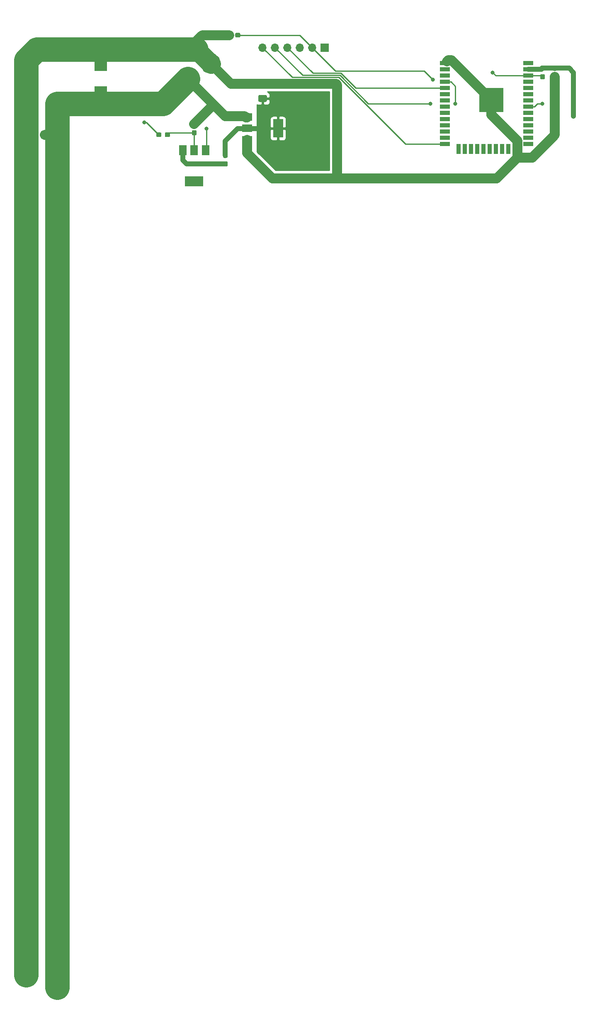
<source format=gbr>
G04 #@! TF.GenerationSoftware,KiCad,Pcbnew,5.1.6-1*
G04 #@! TF.CreationDate,2020-06-10T06:00:46+02:00*
G04 #@! TF.ProjectId,pentasquare,70656e74-6173-4717-9561-72652e6b6963,rev?*
G04 #@! TF.SameCoordinates,Original*
G04 #@! TF.FileFunction,Copper,L2,Bot*
G04 #@! TF.FilePolarity,Positive*
%FSLAX46Y46*%
G04 Gerber Fmt 4.6, Leading zero omitted, Abs format (unit mm)*
G04 Created by KiCad (PCBNEW 5.1.6-1) date 2020-06-10 06:00:46*
%MOMM*%
%LPD*%
G01*
G04 APERTURE LIST*
G04 #@! TA.AperFunction,SMDPad,CuDef*
%ADD10R,2.000000X1.500000*%
G04 #@! TD*
G04 #@! TA.AperFunction,SMDPad,CuDef*
%ADD11R,2.000000X3.800000*%
G04 #@! TD*
G04 #@! TA.AperFunction,SMDPad,CuDef*
%ADD12R,3.800000X2.000000*%
G04 #@! TD*
G04 #@! TA.AperFunction,SMDPad,CuDef*
%ADD13R,1.500000X2.000000*%
G04 #@! TD*
G04 #@! TA.AperFunction,ComponentPad*
%ADD14R,3.500000X3.500000*%
G04 #@! TD*
G04 #@! TA.AperFunction,SMDPad,CuDef*
%ADD15R,2.500000X3.500000*%
G04 #@! TD*
G04 #@! TA.AperFunction,ComponentPad*
%ADD16R,1.600000X1.600000*%
G04 #@! TD*
G04 #@! TA.AperFunction,ComponentPad*
%ADD17C,1.600000*%
G04 #@! TD*
G04 #@! TA.AperFunction,ComponentPad*
%ADD18R,1.700000X1.700000*%
G04 #@! TD*
G04 #@! TA.AperFunction,ComponentPad*
%ADD19O,1.700000X1.700000*%
G04 #@! TD*
G04 #@! TA.AperFunction,SMDPad,CuDef*
%ADD20R,5.000000X5.000000*%
G04 #@! TD*
G04 #@! TA.AperFunction,SMDPad,CuDef*
%ADD21R,2.000000X0.900000*%
G04 #@! TD*
G04 #@! TA.AperFunction,SMDPad,CuDef*
%ADD22R,0.900000X2.000000*%
G04 #@! TD*
G04 #@! TA.AperFunction,ViaPad*
%ADD23C,2.000000*%
G04 #@! TD*
G04 #@! TA.AperFunction,ViaPad*
%ADD24C,1.000000*%
G04 #@! TD*
G04 #@! TA.AperFunction,ViaPad*
%ADD25C,0.800000*%
G04 #@! TD*
G04 #@! TA.AperFunction,Conductor*
%ADD26C,5.000000*%
G04 #@! TD*
G04 #@! TA.AperFunction,Conductor*
%ADD27C,4.000000*%
G04 #@! TD*
G04 #@! TA.AperFunction,Conductor*
%ADD28C,2.000000*%
G04 #@! TD*
G04 #@! TA.AperFunction,Conductor*
%ADD29C,0.250000*%
G04 #@! TD*
G04 #@! TA.AperFunction,Conductor*
%ADD30C,1.000000*%
G04 #@! TD*
G04 #@! TA.AperFunction,Conductor*
%ADD31C,0.254000*%
G04 #@! TD*
G04 APERTURE END LIST*
D10*
X65430000Y-37830000D03*
X65430000Y-33230000D03*
X65430000Y-35530000D03*
D11*
X71730000Y-35530000D03*
G04 #@! TA.AperFunction,SMDPad,CuDef*
G36*
G01*
X60722500Y-42260000D02*
X61197500Y-42260000D01*
G75*
G02*
X61435000Y-42497500I0J-237500D01*
G01*
X61435000Y-43072500D01*
G75*
G02*
X61197500Y-43310000I-237500J0D01*
G01*
X60722500Y-43310000D01*
G75*
G02*
X60485000Y-43072500I0J237500D01*
G01*
X60485000Y-42497500D01*
G75*
G02*
X60722500Y-42260000I237500J0D01*
G01*
G37*
G04 #@! TD.AperFunction*
G04 #@! TA.AperFunction,SMDPad,CuDef*
G36*
G01*
X60722500Y-40510000D02*
X61197500Y-40510000D01*
G75*
G02*
X61435000Y-40747500I0J-237500D01*
G01*
X61435000Y-41322500D01*
G75*
G02*
X61197500Y-41560000I-237500J0D01*
G01*
X60722500Y-41560000D01*
G75*
G02*
X60485000Y-41322500I0J237500D01*
G01*
X60485000Y-40747500D01*
G75*
G02*
X60722500Y-40510000I237500J0D01*
G01*
G37*
G04 #@! TD.AperFunction*
G04 #@! TA.AperFunction,SMDPad,CuDef*
G36*
G01*
X54372500Y-34160000D02*
X54847500Y-34160000D01*
G75*
G02*
X55085000Y-34397500I0J-237500D01*
G01*
X55085000Y-34972500D01*
G75*
G02*
X54847500Y-35210000I-237500J0D01*
G01*
X54372500Y-35210000D01*
G75*
G02*
X54135000Y-34972500I0J237500D01*
G01*
X54135000Y-34397500D01*
G75*
G02*
X54372500Y-34160000I237500J0D01*
G01*
G37*
G04 #@! TD.AperFunction*
G04 #@! TA.AperFunction,SMDPad,CuDef*
G36*
G01*
X54372500Y-35910000D02*
X54847500Y-35910000D01*
G75*
G02*
X55085000Y-36147500I0J-237500D01*
G01*
X55085000Y-36722500D01*
G75*
G02*
X54847500Y-36960000I-237500J0D01*
G01*
X54372500Y-36960000D01*
G75*
G02*
X54135000Y-36722500I0J237500D01*
G01*
X54135000Y-36147500D01*
G75*
G02*
X54372500Y-35910000I237500J0D01*
G01*
G37*
G04 #@! TD.AperFunction*
D12*
X54610000Y-46330000D03*
D13*
X54610000Y-40030000D03*
X56910000Y-40030000D03*
X52310000Y-40030000D03*
G04 #@! TA.AperFunction,SMDPad,CuDef*
G36*
G01*
X49660000Y-36592500D02*
X49660000Y-37067500D01*
G75*
G02*
X49422500Y-37305000I-237500J0D01*
G01*
X48847500Y-37305000D01*
G75*
G02*
X48610000Y-37067500I0J237500D01*
G01*
X48610000Y-36592500D01*
G75*
G02*
X48847500Y-36355000I237500J0D01*
G01*
X49422500Y-36355000D01*
G75*
G02*
X49660000Y-36592500I0J-237500D01*
G01*
G37*
G04 #@! TD.AperFunction*
G04 #@! TA.AperFunction,SMDPad,CuDef*
G36*
G01*
X47910000Y-36592500D02*
X47910000Y-37067500D01*
G75*
G02*
X47672500Y-37305000I-237500J0D01*
G01*
X47097500Y-37305000D01*
G75*
G02*
X46860000Y-37067500I0J237500D01*
G01*
X46860000Y-36592500D01*
G75*
G02*
X47097500Y-36355000I237500J0D01*
G01*
X47672500Y-36355000D01*
G75*
G02*
X47910000Y-36592500I0J-237500D01*
G01*
G37*
G04 #@! TD.AperFunction*
D14*
X53340000Y-25400000D03*
G04 #@! TA.AperFunction,ComponentPad*
G36*
G01*
X52340000Y-17900000D02*
X54340000Y-17900000D01*
G75*
G02*
X55090000Y-18650000I0J-750000D01*
G01*
X55090000Y-20150000D01*
G75*
G02*
X54340000Y-20900000I-750000J0D01*
G01*
X52340000Y-20900000D01*
G75*
G02*
X51590000Y-20150000I0J750000D01*
G01*
X51590000Y-18650000D01*
G75*
G02*
X52340000Y-17900000I750000J0D01*
G01*
G37*
G04 #@! TD.AperFunction*
G04 #@! TA.AperFunction,ComponentPad*
G36*
G01*
X57165000Y-20650000D02*
X58915000Y-20650000D01*
G75*
G02*
X59790000Y-21525000I0J-875000D01*
G01*
X59790000Y-23275000D01*
G75*
G02*
X58915000Y-24150000I-875000J0D01*
G01*
X57165000Y-24150000D01*
G75*
G02*
X56290000Y-23275000I0J875000D01*
G01*
X56290000Y-21525000D01*
G75*
G02*
X57165000Y-20650000I875000J0D01*
G01*
G37*
G04 #@! TD.AperFunction*
D15*
X35560000Y-28650000D03*
X35560000Y-22150000D03*
G04 #@! TA.AperFunction,SMDPad,CuDef*
G36*
G01*
X128507500Y-23780000D02*
X128032500Y-23780000D01*
G75*
G02*
X127795000Y-23542500I0J237500D01*
G01*
X127795000Y-22967500D01*
G75*
G02*
X128032500Y-22730000I237500J0D01*
G01*
X128507500Y-22730000D01*
G75*
G02*
X128745000Y-22967500I0J-237500D01*
G01*
X128745000Y-23542500D01*
G75*
G02*
X128507500Y-23780000I-237500J0D01*
G01*
G37*
G04 #@! TD.AperFunction*
G04 #@! TA.AperFunction,SMDPad,CuDef*
G36*
G01*
X128507500Y-25530000D02*
X128032500Y-25530000D01*
G75*
G02*
X127795000Y-25292500I0J237500D01*
G01*
X127795000Y-24717500D01*
G75*
G02*
X128032500Y-24480000I237500J0D01*
G01*
X128507500Y-24480000D01*
G75*
G02*
X128745000Y-24717500I0J-237500D01*
G01*
X128745000Y-25292500D01*
G75*
G02*
X128507500Y-25530000I-237500J0D01*
G01*
G37*
G04 #@! TD.AperFunction*
G04 #@! TA.AperFunction,SMDPad,CuDef*
G36*
G01*
X64025000Y-16272500D02*
X64025000Y-16747500D01*
G75*
G02*
X63787500Y-16985000I-237500J0D01*
G01*
X63212500Y-16985000D01*
G75*
G02*
X62975000Y-16747500I0J237500D01*
G01*
X62975000Y-16272500D01*
G75*
G02*
X63212500Y-16035000I237500J0D01*
G01*
X63787500Y-16035000D01*
G75*
G02*
X64025000Y-16272500I0J-237500D01*
G01*
G37*
G04 #@! TD.AperFunction*
G04 #@! TA.AperFunction,SMDPad,CuDef*
G36*
G01*
X62275000Y-16272500D02*
X62275000Y-16747500D01*
G75*
G02*
X62037500Y-16985000I-237500J0D01*
G01*
X61462500Y-16985000D01*
G75*
G02*
X61225000Y-16747500I0J237500D01*
G01*
X61225000Y-16272500D01*
G75*
G02*
X61462500Y-16035000I237500J0D01*
G01*
X62037500Y-16035000D01*
G75*
G02*
X62275000Y-16272500I0J-237500D01*
G01*
G37*
G04 #@! TD.AperFunction*
G04 #@! TA.AperFunction,SMDPad,CuDef*
G36*
G01*
X67955000Y-25740000D02*
X69205000Y-25740000D01*
G75*
G02*
X69455000Y-25990000I0J-250000D01*
G01*
X69455000Y-26915000D01*
G75*
G02*
X69205000Y-27165000I-250000J0D01*
G01*
X67955000Y-27165000D01*
G75*
G02*
X67705000Y-26915000I0J250000D01*
G01*
X67705000Y-25990000D01*
G75*
G02*
X67955000Y-25740000I250000J0D01*
G01*
G37*
G04 #@! TD.AperFunction*
G04 #@! TA.AperFunction,SMDPad,CuDef*
G36*
G01*
X67955000Y-28715000D02*
X69205000Y-28715000D01*
G75*
G02*
X69455000Y-28965000I0J-250000D01*
G01*
X69455000Y-29890000D01*
G75*
G02*
X69205000Y-30140000I-250000J0D01*
G01*
X67955000Y-30140000D01*
G75*
G02*
X67705000Y-29890000I0J250000D01*
G01*
X67705000Y-28965000D01*
G75*
G02*
X67955000Y-28715000I250000J0D01*
G01*
G37*
G04 #@! TD.AperFunction*
D16*
X24130000Y-36830000D03*
D17*
X21630000Y-36830000D03*
D18*
X81280000Y-19050000D03*
D19*
X78740000Y-19050000D03*
X76200000Y-19050000D03*
X73660000Y-19050000D03*
X71120000Y-19050000D03*
X68580000Y-19050000D03*
D20*
X115300000Y-29725000D03*
D21*
X122800000Y-22225000D03*
X122800000Y-23495000D03*
X122800000Y-24765000D03*
X122800000Y-26035000D03*
X122800000Y-27305000D03*
X122800000Y-28575000D03*
X122800000Y-29845000D03*
X122800000Y-31115000D03*
X122800000Y-32385000D03*
X122800000Y-33655000D03*
X122800000Y-34925000D03*
X122800000Y-36195000D03*
X122800000Y-37465000D03*
X122800000Y-38735000D03*
D22*
X120015000Y-39735000D03*
X118745000Y-39735000D03*
X117475000Y-39735000D03*
X116205000Y-39735000D03*
X114935000Y-39735000D03*
X113665000Y-39735000D03*
X112395000Y-39735000D03*
X111125000Y-39735000D03*
X109855000Y-39735000D03*
X108585000Y-39735000D03*
D21*
X105800000Y-38735000D03*
X105800000Y-37465000D03*
X105800000Y-36195000D03*
X105800000Y-34925000D03*
X105800000Y-33655000D03*
X105800000Y-32385000D03*
X105800000Y-31115000D03*
X105800000Y-29845000D03*
X105800000Y-28575000D03*
X105800000Y-27305000D03*
X105800000Y-26035000D03*
X105800000Y-24765000D03*
X105800000Y-23495000D03*
X105800000Y-22225000D03*
G04 #@! TA.AperFunction,SMDPad,CuDef*
G36*
G01*
X125492500Y-22730000D02*
X125967500Y-22730000D01*
G75*
G02*
X126205000Y-22967500I0J-237500D01*
G01*
X126205000Y-23542500D01*
G75*
G02*
X125967500Y-23780000I-237500J0D01*
G01*
X125492500Y-23780000D01*
G75*
G02*
X125255000Y-23542500I0J237500D01*
G01*
X125255000Y-22967500D01*
G75*
G02*
X125492500Y-22730000I237500J0D01*
G01*
G37*
G04 #@! TD.AperFunction*
G04 #@! TA.AperFunction,SMDPad,CuDef*
G36*
G01*
X125492500Y-24480000D02*
X125967500Y-24480000D01*
G75*
G02*
X126205000Y-24717500I0J-237500D01*
G01*
X126205000Y-25292500D01*
G75*
G02*
X125967500Y-25530000I-237500J0D01*
G01*
X125492500Y-25530000D01*
G75*
G02*
X125255000Y-25292500I0J237500D01*
G01*
X125255000Y-24717500D01*
G75*
G02*
X125492500Y-24480000I237500J0D01*
G01*
G37*
G04 #@! TD.AperFunction*
D23*
X20320000Y-21590000D03*
X20320000Y-49530000D03*
X20320000Y-69850000D03*
X20320000Y-88900000D03*
X20320000Y-109220000D03*
X20320000Y-129540000D03*
X20320000Y-148590000D03*
X20320000Y-189230000D03*
X20320000Y-208280000D03*
X20320000Y-168910000D03*
X26670000Y-30480000D03*
X26670000Y-210820000D03*
X26670000Y-50800000D03*
X26670000Y-71120000D03*
X26670000Y-91440000D03*
X26670000Y-110490000D03*
X26670000Y-130810000D03*
X26670000Y-151130000D03*
X26670000Y-171450000D03*
X26670000Y-190500000D03*
D24*
X60960000Y-38100000D03*
X132080000Y-33020000D03*
D25*
X103344012Y-25588980D03*
X115570000Y-24130000D03*
X44450000Y-34290000D03*
X102870000Y-30480000D03*
X107950000Y-30480000D03*
X125730000Y-30480000D03*
X57150000Y-35560000D03*
D26*
X20320000Y-21590000D02*
X20320000Y-49530000D01*
X20320000Y-49530000D02*
X20320000Y-69850000D01*
X20320000Y-69850000D02*
X20320000Y-88900000D01*
X20320000Y-88900000D02*
X20320000Y-109220000D01*
X20320000Y-109220000D02*
X20320000Y-129540000D01*
X20320000Y-129540000D02*
X20320000Y-148590000D01*
X20320000Y-148590000D02*
X20320000Y-168910000D01*
X20320000Y-168910000D02*
X20320000Y-189230000D01*
X20320000Y-189230000D02*
X20320000Y-208280000D01*
X20320000Y-21590000D02*
X22510000Y-19400000D01*
D27*
X55040000Y-19400000D02*
X58040000Y-22400000D01*
D26*
X53340000Y-19400000D02*
X55040000Y-19400000D01*
D28*
X62092500Y-26452500D02*
X58040000Y-22400000D01*
X68580000Y-26452500D02*
X62092500Y-26452500D01*
X65430000Y-40610000D02*
X65460000Y-40640000D01*
X65430000Y-37860000D02*
X65430000Y-40610000D01*
X83602500Y-26452500D02*
X68580000Y-26452500D01*
X83820000Y-26670000D02*
X83602500Y-26452500D01*
X83820000Y-45720000D02*
X83820000Y-26670000D01*
X65430000Y-40610000D02*
X70540000Y-45720000D01*
X70540000Y-45720000D02*
X83820000Y-45720000D01*
X116370002Y-45720000D02*
X83820000Y-45720000D01*
X120599999Y-41490003D02*
X116370002Y-45720000D01*
X115300000Y-29725000D02*
X107165000Y-21590000D01*
X106435000Y-21590000D02*
X106180001Y-21844999D01*
X107165000Y-21590000D02*
X106435000Y-21590000D01*
X56230000Y-16510000D02*
X53340000Y-19400000D01*
X61750000Y-16510000D02*
X56230000Y-16510000D01*
X120599999Y-38049999D02*
X120599999Y-41490003D01*
X115300000Y-29725000D02*
X115300000Y-32750000D01*
X115300000Y-32750000D02*
X120599999Y-38049999D01*
X35560000Y-22150000D02*
X35560000Y-19400000D01*
D26*
X22510000Y-19400000D02*
X35560000Y-19400000D01*
X35560000Y-19400000D02*
X53340000Y-19400000D01*
D28*
X123654999Y-41490003D02*
X120599999Y-41490003D01*
X123654999Y-41490003D02*
X128270000Y-36875002D01*
X128270000Y-36875002D02*
X128270000Y-25005000D01*
D26*
X26670000Y-71120000D02*
X26670000Y-50800000D01*
X26670000Y-91440000D02*
X26670000Y-71120000D01*
X26670000Y-110490000D02*
X26670000Y-91440000D01*
X26670000Y-130810000D02*
X26670000Y-110490000D01*
X26670000Y-151130000D02*
X26670000Y-130810000D01*
X26670000Y-171450000D02*
X26670000Y-151130000D01*
X26670000Y-210820000D02*
X26670000Y-190500000D01*
X26670000Y-190500000D02*
X26670000Y-171450000D01*
X48260000Y-30480000D02*
X53340000Y-25400000D01*
X26670000Y-30480000D02*
X48260000Y-30480000D01*
D28*
X24130000Y-36830000D02*
X26670000Y-36830000D01*
D26*
X26670000Y-50800000D02*
X26670000Y-36830000D01*
X26670000Y-36830000D02*
X26670000Y-30480000D01*
D28*
X60960000Y-33020000D02*
X58420000Y-30480000D01*
X58420000Y-30480000D02*
X53340000Y-25400000D01*
X64940000Y-33020000D02*
X60960000Y-33020000D01*
X65430000Y-33260000D02*
X65180000Y-33260000D01*
X65180000Y-33260000D02*
X64940000Y-33020000D01*
X58420000Y-30875000D02*
X54610000Y-34685000D01*
X58420000Y-30480000D02*
X58420000Y-30875000D01*
D29*
X65680000Y-35560000D02*
X65430000Y-35560000D01*
X65430000Y-35560000D02*
X65180000Y-35560000D01*
D30*
X128270000Y-23255000D02*
X125730000Y-23255000D01*
X125490000Y-23495000D02*
X122800000Y-23495000D01*
X125730000Y-23255000D02*
X125490000Y-23495000D01*
X65430000Y-35560000D02*
X68580000Y-35560000D01*
X65430000Y-35560000D02*
X63500000Y-35560000D01*
X63500000Y-35560000D02*
X60960000Y-38100000D01*
X131205000Y-23255000D02*
X128845000Y-23255000D01*
X132080000Y-24130000D02*
X131205000Y-23255000D01*
X128845000Y-23255000D02*
X128270000Y-23255000D01*
X132080000Y-33020000D02*
X132080000Y-24130000D01*
X60960000Y-38100000D02*
X60960000Y-41035000D01*
D29*
X116205000Y-24765000D02*
X122800000Y-24765000D01*
X115570000Y-24130000D02*
X116205000Y-24765000D01*
X78740000Y-19050000D02*
X83467456Y-23777456D01*
X83467456Y-23777456D02*
X101532488Y-23777456D01*
X102944013Y-25188981D02*
X103344012Y-25588980D01*
X101532488Y-23777456D02*
X102944013Y-25188981D01*
X76200000Y-16510000D02*
X78740000Y-19050000D01*
X63500000Y-16510000D02*
X76200000Y-16510000D01*
X125490000Y-24765000D02*
X125730000Y-25005000D01*
X122800000Y-24765000D02*
X125490000Y-24765000D01*
X47385000Y-36830000D02*
X44845000Y-34290000D01*
X44845000Y-34290000D02*
X44450000Y-34290000D01*
X104550000Y-38735000D02*
X105800000Y-38735000D01*
X84151337Y-25127489D02*
X97758848Y-38735000D01*
X74657489Y-25127489D02*
X84151337Y-25127489D01*
X97758848Y-38735000D02*
X104550000Y-38735000D01*
X68580000Y-19050000D02*
X74657489Y-25127489D01*
X73660000Y-19050000D02*
X78837467Y-24227467D01*
X78837467Y-24227467D02*
X84524137Y-24227467D01*
X84524137Y-24227467D02*
X87601670Y-27305000D01*
X104550000Y-27305000D02*
X105800000Y-27305000D01*
X87601670Y-27305000D02*
X104550000Y-27305000D01*
X107950000Y-26935000D02*
X107050000Y-26035000D01*
X107050000Y-26035000D02*
X105800000Y-26035000D01*
X107950000Y-30480000D02*
X107950000Y-26935000D01*
X84337737Y-24677478D02*
X90140259Y-30480000D01*
X102304315Y-30480000D02*
X102870000Y-30480000D01*
X71120000Y-19050000D02*
X76747478Y-24677478D01*
X90140259Y-30480000D02*
X102304315Y-30480000D01*
X76747478Y-24677478D02*
X84337737Y-24677478D01*
X54610000Y-40030000D02*
X54610000Y-36435000D01*
X49530000Y-36435000D02*
X49135000Y-36830000D01*
X54610000Y-36435000D02*
X49530000Y-36435000D01*
X122800000Y-31115000D02*
X123825000Y-31115000D01*
X124050000Y-31115000D02*
X124685000Y-30480000D01*
X122800000Y-31115000D02*
X124050000Y-31115000D01*
X124685000Y-30480000D02*
X125730000Y-30480000D01*
X57150000Y-39790000D02*
X56910000Y-40030000D01*
X57150000Y-35560000D02*
X57150000Y-39790000D01*
X52310000Y-40030000D02*
X52310000Y-40280000D01*
D30*
X52310000Y-42030000D02*
X52310000Y-40030000D01*
X53065000Y-42785000D02*
X52310000Y-42030000D01*
X60960000Y-42785000D02*
X53065000Y-42785000D01*
D31*
G36*
X82185000Y-44085000D02*
G01*
X71217239Y-44085000D01*
X67437000Y-40304762D01*
X67437000Y-37430000D01*
X70091928Y-37430000D01*
X70104188Y-37554482D01*
X70140498Y-37674180D01*
X70199463Y-37784494D01*
X70278815Y-37881185D01*
X70375506Y-37960537D01*
X70485820Y-38019502D01*
X70605518Y-38055812D01*
X70730000Y-38068072D01*
X71444250Y-38065000D01*
X71603000Y-37906250D01*
X71603000Y-35657000D01*
X71857000Y-35657000D01*
X71857000Y-37906250D01*
X72015750Y-38065000D01*
X72730000Y-38068072D01*
X72854482Y-38055812D01*
X72974180Y-38019502D01*
X73084494Y-37960537D01*
X73181185Y-37881185D01*
X73260537Y-37784494D01*
X73319502Y-37674180D01*
X73355812Y-37554482D01*
X73368072Y-37430000D01*
X73365000Y-35815750D01*
X73206250Y-35657000D01*
X71857000Y-35657000D01*
X71603000Y-35657000D01*
X70253750Y-35657000D01*
X70095000Y-35815750D01*
X70091928Y-37430000D01*
X67437000Y-37430000D01*
X67437000Y-33630000D01*
X70091928Y-33630000D01*
X70095000Y-35244250D01*
X70253750Y-35403000D01*
X71603000Y-35403000D01*
X71603000Y-33153750D01*
X71857000Y-33153750D01*
X71857000Y-35403000D01*
X73206250Y-35403000D01*
X73365000Y-35244250D01*
X73368072Y-33630000D01*
X73355812Y-33505518D01*
X73319502Y-33385820D01*
X73260537Y-33275506D01*
X73181185Y-33178815D01*
X73084494Y-33099463D01*
X72974180Y-33040498D01*
X72854482Y-33004188D01*
X72730000Y-32991928D01*
X72015750Y-32995000D01*
X71857000Y-33153750D01*
X71603000Y-33153750D01*
X71444250Y-32995000D01*
X70730000Y-32991928D01*
X70605518Y-33004188D01*
X70485820Y-33040498D01*
X70375506Y-33099463D01*
X70278815Y-33178815D01*
X70199463Y-33275506D01*
X70140498Y-33385820D01*
X70104188Y-33505518D01*
X70091928Y-33630000D01*
X67437000Y-33630000D01*
X67437000Y-30716770D01*
X67460820Y-30729502D01*
X67580518Y-30765812D01*
X67705000Y-30778072D01*
X68294250Y-30775000D01*
X68453000Y-30616250D01*
X68453000Y-29554500D01*
X68707000Y-29554500D01*
X68707000Y-30616250D01*
X68865750Y-30775000D01*
X69455000Y-30778072D01*
X69579482Y-30765812D01*
X69699180Y-30729502D01*
X69809494Y-30670537D01*
X69906185Y-30591185D01*
X69985537Y-30494494D01*
X70044502Y-30384180D01*
X70080812Y-30264482D01*
X70093072Y-30140000D01*
X70090000Y-29713250D01*
X69931250Y-29554500D01*
X68707000Y-29554500D01*
X68453000Y-29554500D01*
X68433000Y-29554500D01*
X68433000Y-29300500D01*
X68453000Y-29300500D01*
X68453000Y-29280500D01*
X68707000Y-29280500D01*
X68707000Y-29300500D01*
X69931250Y-29300500D01*
X70090000Y-29141750D01*
X70093072Y-28715000D01*
X70080812Y-28590518D01*
X70044502Y-28470820D01*
X69985537Y-28360506D01*
X69906185Y-28263815D01*
X69809494Y-28184463D01*
X69699180Y-28125498D01*
X69579482Y-28089188D01*
X69562343Y-28087500D01*
X82185001Y-28087500D01*
X82185000Y-44085000D01*
G37*
X82185000Y-44085000D02*
X71217239Y-44085000D01*
X67437000Y-40304762D01*
X67437000Y-37430000D01*
X70091928Y-37430000D01*
X70104188Y-37554482D01*
X70140498Y-37674180D01*
X70199463Y-37784494D01*
X70278815Y-37881185D01*
X70375506Y-37960537D01*
X70485820Y-38019502D01*
X70605518Y-38055812D01*
X70730000Y-38068072D01*
X71444250Y-38065000D01*
X71603000Y-37906250D01*
X71603000Y-35657000D01*
X71857000Y-35657000D01*
X71857000Y-37906250D01*
X72015750Y-38065000D01*
X72730000Y-38068072D01*
X72854482Y-38055812D01*
X72974180Y-38019502D01*
X73084494Y-37960537D01*
X73181185Y-37881185D01*
X73260537Y-37784494D01*
X73319502Y-37674180D01*
X73355812Y-37554482D01*
X73368072Y-37430000D01*
X73365000Y-35815750D01*
X73206250Y-35657000D01*
X71857000Y-35657000D01*
X71603000Y-35657000D01*
X70253750Y-35657000D01*
X70095000Y-35815750D01*
X70091928Y-37430000D01*
X67437000Y-37430000D01*
X67437000Y-33630000D01*
X70091928Y-33630000D01*
X70095000Y-35244250D01*
X70253750Y-35403000D01*
X71603000Y-35403000D01*
X71603000Y-33153750D01*
X71857000Y-33153750D01*
X71857000Y-35403000D01*
X73206250Y-35403000D01*
X73365000Y-35244250D01*
X73368072Y-33630000D01*
X73355812Y-33505518D01*
X73319502Y-33385820D01*
X73260537Y-33275506D01*
X73181185Y-33178815D01*
X73084494Y-33099463D01*
X72974180Y-33040498D01*
X72854482Y-33004188D01*
X72730000Y-32991928D01*
X72015750Y-32995000D01*
X71857000Y-33153750D01*
X71603000Y-33153750D01*
X71444250Y-32995000D01*
X70730000Y-32991928D01*
X70605518Y-33004188D01*
X70485820Y-33040498D01*
X70375506Y-33099463D01*
X70278815Y-33178815D01*
X70199463Y-33275506D01*
X70140498Y-33385820D01*
X70104188Y-33505518D01*
X70091928Y-33630000D01*
X67437000Y-33630000D01*
X67437000Y-30716770D01*
X67460820Y-30729502D01*
X67580518Y-30765812D01*
X67705000Y-30778072D01*
X68294250Y-30775000D01*
X68453000Y-30616250D01*
X68453000Y-29554500D01*
X68707000Y-29554500D01*
X68707000Y-30616250D01*
X68865750Y-30775000D01*
X69455000Y-30778072D01*
X69579482Y-30765812D01*
X69699180Y-30729502D01*
X69809494Y-30670537D01*
X69906185Y-30591185D01*
X69985537Y-30494494D01*
X70044502Y-30384180D01*
X70080812Y-30264482D01*
X70093072Y-30140000D01*
X70090000Y-29713250D01*
X69931250Y-29554500D01*
X68707000Y-29554500D01*
X68453000Y-29554500D01*
X68433000Y-29554500D01*
X68433000Y-29300500D01*
X68453000Y-29300500D01*
X68453000Y-29280500D01*
X68707000Y-29280500D01*
X68707000Y-29300500D01*
X69931250Y-29300500D01*
X70090000Y-29141750D01*
X70093072Y-28715000D01*
X70080812Y-28590518D01*
X70044502Y-28470820D01*
X69985537Y-28360506D01*
X69906185Y-28263815D01*
X69809494Y-28184463D01*
X69699180Y-28125498D01*
X69579482Y-28089188D01*
X69562343Y-28087500D01*
X82185001Y-28087500D01*
X82185000Y-44085000D01*
M02*

</source>
